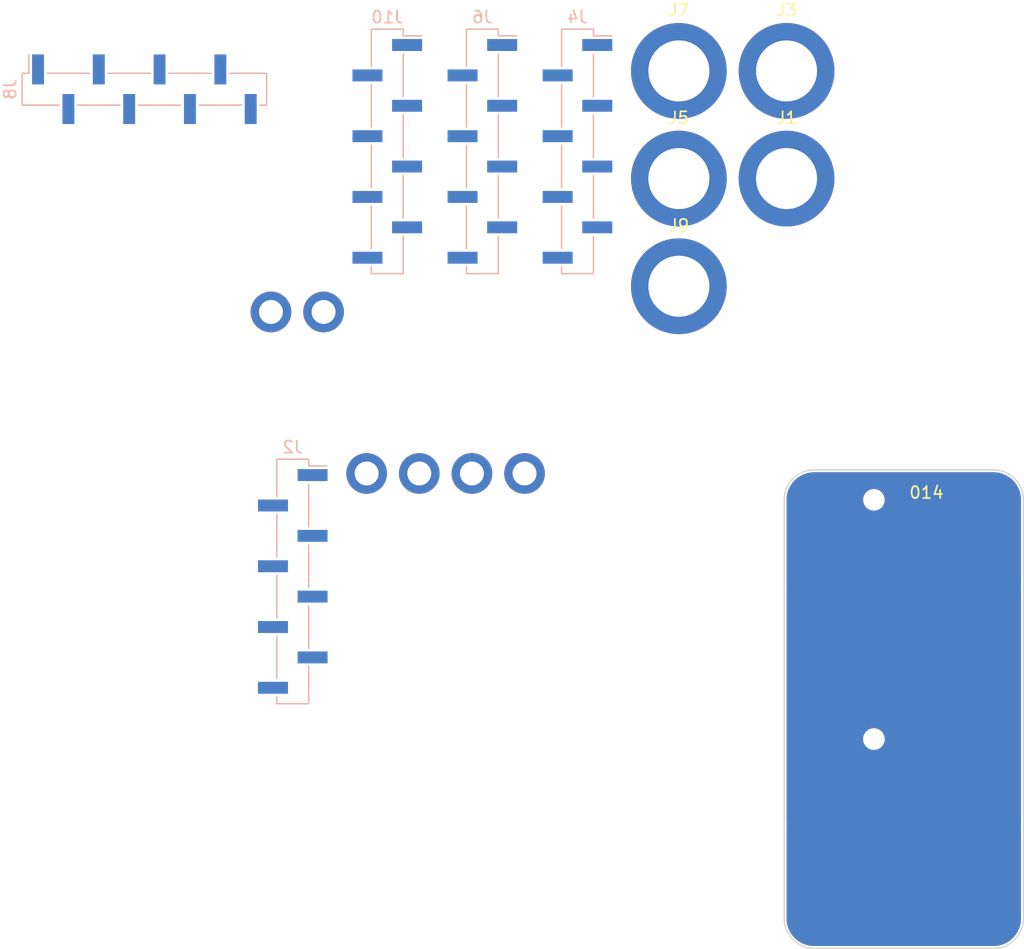
<source format=kicad_pcb>
(kicad_pcb (version 20211014) (generator pcbnew)
  (title_block (title "013-Prototype board") (date "2022-11-09") (rev "1") (company "Halidelabs") (comment 1 "contact@halidelabs.eu"))
  (layers (0 "F.Cu" signal) (31 "B.Cu" signal) (36 "B.SilkS" user "B.Silkscreen") (37 "F.SilkS" user "F.Silkscreen") (38 "B.Mask" user) (39 "F.Mask" user) (44 "Edge.Cuts" user))
  (net 0 "")
  (net 1 "GND")
  (net 2 "Net-(J3-Pad1)")
  (net 3 "Net-(J5-Pad1)")
  (net 4 "Net-(J7-Pad1)")
  (net 5 "Net-(J10-Pad1)")
  (footprint "modular-rf-bench-footprints:GC4012-F" (layer "F.Cu") (at 150.2 50.65)
    (fp_text reference "J1" (at 0 -5.08 unlocked) (layer "F.SilkS"))
    (fp_text value "GND")
    (pad "1" thru_hole circle (at 0 0) (size 8 8) (drill 5.1) (layers *.Cu *.Mask) (net 1 "GND"))
  )
  (footprint "modular-rf-bench-footprints:M2-hole" (layer "F.Cu") (at 115.1 75.3)
    (fp_text reference "H4" hide)
    (fp_text value "M2" hide)
    (pad "1" thru_hole circle (at 0 0) (size 3.4 3.4) (drill 2) (layers *.Cu *.Mask) (net 1 "GND"))
  )
  (footprint "modular-rf-bench-footprints:GC4012-F" (layer "F.Cu") (at 141.2 41.65)
    (fp_text reference "J7" (at 0 -5.08 unlocked) (layer "F.SilkS"))
    (fp_text value "V3")
    (pad "1" thru_hole circle (at 0 0) (size 8 8) (drill 5.1) (layers *.Cu *.Mask) (net 4 "Net-(J7-Pad1)"))
  )
  (footprint "modular-rf-bench-footprints:M2-hole" (layer "F.Cu") (at 119.5 75.3)
    (fp_text reference "H1" hide)
    (fp_text value "M2" hide)
    (pad "1" thru_hole circle (at 0 0) (size 3.4 3.4) (drill 2) (layers *.Cu *.Mask) (net 1 "GND"))
  )
  (footprint "modular-rf-bench-footprints:GC4012-F" (layer "F.Cu") (at 150.2 41.65)
    (fp_text reference "J3" (at 0 -5.08 unlocked) (layer "F.SilkS"))
    (fp_text value "V1")
    (pad "1" thru_hole circle (at 0 0) (size 8 8) (drill 5.1) (layers *.Cu *.Mask) (net 2 "Net-(J3-Pad1)"))
  )
  (footprint "modular-rf-bench-footprints:GC4012-F" (layer "F.Cu") (at 141.2 59.65)
    (fp_text reference "J9" (at 0 -5.08 unlocked) (layer "F.SilkS"))
    (fp_text value "V4")
    (pad "1" thru_hole circle (at 0 0) (size 8 8) (drill 5.1) (layers *.Cu *.Mask) (net 5 "Net-(J10-Pad1)"))
  )
  (footprint "modular-rf-bench-footprints:M2-hole" (layer "F.Cu") (at 128.3 75.3)
    (fp_text reference "H3" hide)
    (fp_text value "M2" hide)
    (pad "1" thru_hole circle (at 0 0) (size 3.4 3.4) (drill 2) (layers *.Cu *.Mask) (net 1 "GND"))
  )
  (footprint "modular-rf-bench-footprints:M2-hole" (layer "F.Cu") (at 111.5 61.8)
    (fp_text reference "H6" hide)
    (fp_text value "M2" hide)
    (pad "1" thru_hole circle (at 0 0) (size 3.4 3.4) (drill 2) (layers *.Cu *.Mask) (net 1 "GND"))
  )
  (footprint "modular-rf-bench-footprints:GC4012-F" (layer "F.Cu") (at 141.2 50.65)
    (fp_text reference "J5" (at 0 -5.08 unlocked) (layer "F.SilkS"))
    (fp_text value "V2")
    (pad "1" thru_hole circle (at 0 0) (size 8 8) (drill 5.1) (layers *.Cu *.Mask) (net 3 "Net-(J5-Pad1)"))
  )
  (footprint "modular-rf-bench-footprints:M2-hole" (layer "F.Cu") (at 123.9 75.3)
    (fp_text reference "H2" hide)
    (fp_text value "M2" hide)
    (pad "1" thru_hole circle (at 0 0) (size 3.4 3.4) (drill 2) (layers *.Cu *.Mask) (net 1 "GND"))
  )
  (footprint "modular-rf-bench-footprints:M2-hole" (layer "F.Cu") (at 107.1 61.8)
    (fp_text reference "H5" hide)
    (fp_text value "M2" hide)
    (pad "1" thru_hole circle (at 0 0) (size 3.4 3.4) (drill 2) (layers *.Cu *.Mask) (net 1 "GND"))
  )
  (footprint "Connector_PinHeader_2.54mm:PinHeader_1x08_P2.54mm_Vertical_SMD_Pin1Left" (layer "B.Cu") (at 132.725 48.375 180)
    (fp_text reference "J4" (at 0 11.22) (layer "B.SilkS") (effects (justify mirror)))
    (fp_text value "V1")
    (fp_line (start 1.33 0.51) (end 1.33 -3.05) (layer "B.SilkS") (width 0.12))
    (fp_line (start 1.33 -4.57) (end 1.33 -8.13) (layer "B.SilkS") (width 0.12))
    (fp_line (start -1.33 8.13) (end -1.33 4.57) (layer "B.SilkS") (width 0.12))
    (fp_line (start -1.33 3.05) (end -1.33 -0.51) (layer "B.SilkS") (width 0.12))
    (fp_line (start -1.33 9.65) (end -2.85 9.65) (layer "B.SilkS") (width 0.12))
    (fp_line (start -1.33 -2.03) (end -1.33 -5.59) (layer "B.SilkS") (width 0.12))
    (fp_line (start 1.33 10.22) (end 1.33 7.11) (layer "B.SilkS") (width 0.12))
    (fp_line (start -1.33 -10.22) (end 1.33 -10.22) (layer "B.SilkS") (width 0.12))
    (fp_line (start 1.33 -9.65) (end 1.33 -10.22) (layer "B.SilkS") (width 0.12))
    (fp_line (start -1.33 10.22) (end -1.33 9.65) (layer "B.SilkS") (width 0.12))
    (fp_line (start 1.33 5.59) (end 1.33 2.03) (layer "B.SilkS") (width 0.12))
    (fp_line (start -1.33 -7.11) (end -1.33 -10.22) (layer "B.SilkS") (width 0.12))
    (fp_line (start -1.33 10.22) (end 1.33 10.22) (layer "B.SilkS") (width 0.12))
    (pad "1" smd rect (at -1.655 8.89 180) (size 2.51 1) (layers "B.Cu" "B.Paste" "B.Mask") (net 2 "Net-(J3-Pad1)"))
    (pad "2" smd rect (at 1.655 6.35 180) (size 2.51 1) (layers "B.Cu" "B.Paste" "B.Mask") (net 2 "Net-(J3-Pad1)"))
    (pad "3" smd rect (at -1.655 3.81 180) (size 2.51 1) (layers "B.Cu" "B.Paste" "B.Mask") (net 2 "Net-(J3-Pad1)"))
    (pad "4" smd rect (at 1.655 1.27 180) (size 2.51 1) (layers "B.Cu" "B.Paste" "B.Mask") (net 2 "Net-(J3-Pad1)"))
    (pad "5" smd rect (at -1.655 -1.27 180) (size 2.51 1) (layers "B.Cu" "B.Paste" "B.Mask") (net 2 "Net-(J3-Pad1)"))
    (pad "6" smd rect (at 1.655 -3.81 180) (size 2.51 1) (layers "B.Cu" "B.Paste" "B.Mask") (net 2 "Net-(J3-Pad1)"))
    (pad "7" smd rect (at -1.655 -6.35 180) (size 2.51 1) (layers "B.Cu" "B.Paste" "B.Mask") (net 2 "Net-(J3-Pad1)"))
    (pad "8" smd rect (at 1.655 -8.89 180) (size 2.51 1) (layers "B.Cu" "B.Paste" "B.Mask") (net 2 "Net-(J3-Pad1)"))
  )
  (footprint "Connector_PinHeader_2.54mm:PinHeader_1x08_P2.54mm_Vertical_SMD_Pin1Left" (layer "B.Cu") (at 116.825 48.375 180)
    (fp_text reference "J10" (at 0 11.22) (layer "B.SilkS") (effects (justify mirror)))
    (fp_text value "V4")
    (fp_line (start -1.33 -2.03) (end -1.33 -5.59) (layer "B.SilkS") (width 0.12))
    (fp_line (start -1.33 3.05) (end -1.33 -0.51) (layer "B.SilkS") (width 0.12))
    (fp_line (start 1.33 -9.65) (end 1.33 -10.22) (layer "B.SilkS") (width 0.12))
    (fp_line (start -1.33 -10.22) (end 1.33 -10.22) (layer "B.SilkS") (width 0.12))
    (fp_line (start 1.33 5.59) (end 1.33 2.03) (layer "B.SilkS") (width 0.12))
    (fp_line (start -1.33 10.22) (end -1.33 9.65) (layer "B.SilkS") (width 0.12))
    (fp_line (start 1.33 10.22) (end 1.33 7.11) (layer "B.SilkS") (width 0.12))
    (fp_line (start 1.33 -4.57) (end 1.33 -8.13) (layer "B.SilkS") (width 0.12))
    (fp_line (start -1.33 8.13) (end -1.33 4.57) (layer "B.SilkS") (width 0.12))
    (fp_line (start 1.33 0.51) (end 1.33 -3.05) (layer "B.SilkS") (width 0.12))
    (fp_line (start -1.33 10.22) (end 1.33 10.22) (layer "B.SilkS") (width 0.12))
    (fp_line (start -1.33 9.65) (end -2.85 9.65) (layer "B.SilkS") (width 0.12))
    (fp_line (start -1.33 -7.11) (end -1.33 -10.22) (layer "B.SilkS") (width 0.12))
    (pad "1" smd rect (at -1.655 8.89 180) (size 2.51 1) (layers "B.Cu" "B.Paste" "B.Mask") (net 5 "Net-(J10-Pad1)"))
    (pad "2" smd rect (at 1.655 6.35 180) (size 2.51 1) (layers "B.Cu" "B.Paste" "B.Mask") (net 5 "Net-(J10-Pad1)"))
    (pad "3" smd rect (at -1.655 3.81 180) (size 2.51 1) (layers "B.Cu" "B.Paste" "B.Mask") (net 5 "Net-(J10-Pad1)"))
    (pad "4" smd rect (at 1.655 1.27 180) (size 2.51 1) (layers "B.Cu" "B.Paste" "B.Mask") (net 5 "Net-(J10-Pad1)"))
    (pad "5" smd rect (at -1.655 -1.27 180) (size 2.51 1) (layers "B.Cu" "B.Paste" "B.Mask") (net 5 "Net-(J10-Pad1)"))
    (pad "6" smd rect (at 1.655 -3.81 180) (size 2.51 1) (layers "B.Cu" "B.Paste" "B.Mask") (net 5 "Net-(J10-Pad1)"))
    (pad "7" smd rect (at -1.655 -6.35 180) (size 2.51 1) (layers "B.Cu" "B.Paste" "B.Mask") (net 5 "Net-(J10-Pad1)"))
    (pad "8" smd rect (at 1.655 -8.89 180) (size 2.51 1) (layers "B.Cu" "B.Paste" "B.Mask") (net 5 "Net-(J10-Pad1)"))
  )
  (footprint "Connector_PinHeader_2.54mm:PinHeader_1x08_P2.54mm_Vertical_SMD_Pin1Left" (layer "B.Cu") (at 96.52 43.18 -90)
    (fp_text reference "J8" (at 0 11.22 90) (layer "B.SilkS") (effects (justify mirror)))
    (fp_text value "V3")
    (fp_line (start -1.33 -7.11) (end -1.33 -10.22) (layer "B.SilkS") (width 0.12))
    (fp_line (start 1.33 0.51) (end 1.33 -3.05) (layer "B.SilkS") (width 0.12))
    (fp_line (start 1.33 -4.57) (end 1.33 -8.13) (layer "B.SilkS") (width 0.12))
    (fp_line (start -1.33 -2.03) (end -1.33 -5.59) (layer "B.SilkS") (width 0.12))
    (fp_line (start -1.33 3.05) (end -1.33 -0.51) (layer "B.SilkS") (width 0.12))
    (fp_line (start -1.33 8.13) (end -1.33 4.57) (layer "B.SilkS") (width 0.12))
    (fp_line (start 1.33 10.22) (end 1.33 7.11) (layer "B.SilkS") (width 0.12))
    (fp_line (start 1.33 5.59) (end 1.33 2.03) (layer "B.SilkS") (width 0.12))
    (fp_line (start -1.33 10.22) (end 1.33 10.22) (layer "B.SilkS") (width 0.12))
    (fp_line (start -1.33 10.22) (end -1.33 9.65) (layer "B.SilkS") (width 0.12))
    (fp_line (start 1.33 -9.65) (end 1.33 -10.22) (layer "B.SilkS") (width 0.12))
    (fp_line (start -1.33 -10.22) (end 1.33 -10.22) (layer "B.SilkS") (width 0.12))
    (fp_line (start -1.33 9.65) (end -2.85 9.65) (layer "B.SilkS") (width 0.12))
    (pad "1" smd rect (at -1.655 8.89 270) (size 2.51 1) (layers "B.Cu" "B.Paste" "B.Mask") (net 4 "Net-(J7-Pad1)"))
    (pad "2" smd rect (at 1.655 6.35 270) (size 2.51 1) (layers "B.Cu" "B.Paste" "B.Mask") (net 4 "Net-(J7-Pad1)"))
    (pad "3" smd rect (at -1.655 3.81 270) (size 2.51 1) (layers "B.Cu" "B.Paste" "B.Mask") (net 4 "Net-(J7-Pad1)"))
    (pad "4" smd rect (at 1.655 1.27 270) (size 2.51 1) (layers "B.Cu" "B.Paste" "B.Mask") (net 4 "Net-(J7-Pad1)"))
    (pad "5" smd rect (at -1.655 -1.27 270) (size 2.51 1) (layers "B.Cu" "B.Paste" "B.Mask") (net 4 "Net-(J7-Pad1)"))
    (pad "6" smd rect (at 1.655 -3.81 270) (size 2.51 1) (layers "B.Cu" "B.Paste" "B.Mask") (net 4 "Net-(J7-Pad1)"))
    (pad "7" smd rect (at -1.655 -6.35 270) (size 2.51 1) (layers "B.Cu" "B.Paste" "B.Mask") (net 4 "Net-(J7-Pad1)"))
    (pad "8" smd rect (at 1.655 -8.89 270) (size 2.51 1) (layers "B.Cu" "B.Paste" "B.Mask") (net 4 "Net-(J7-Pad1)"))
  )
  (footprint "Connector_PinHeader_2.54mm:PinHeader_1x08_P2.54mm_Vertical_SMD_Pin1Left" (layer "B.Cu") (at 108.925 84.325 180)
    (fp_text reference "J2" (at 0 11.22) (layer "B.SilkS") (effects (justify mirror)))
    (fp_text value "GND")
    (fp_line (start 1.33 10.22) (end 1.33 7.11) (layer "B.SilkS") (width 0.12))
    (fp_line (start -1.33 -10.22) (end 1.33 -10.22) (layer "B.SilkS") (width 0.12))
    (fp_line (start -1.33 -7.11) (end -1.33 -10.22) (layer "B.SilkS") (width 0.12))
    (fp_line (start 1.33 -9.65) (end 1.33 -10.22) (layer "B.SilkS") (width 0.12))
    (fp_line (start -1.33 9.65) (end -2.85 9.65) (layer "B.SilkS") (width 0.12))
    (fp_line (start -1.33 3.05) (end -1.33 -0.51) (layer "B.SilkS") (width 0.12))
    (fp_line (start 1.33 5.59) (end 1.33 2.03) (layer "B.SilkS") (width 0.12))
    (fp_line (start -1.33 10.22) (end 1.33 10.22) (layer "B.SilkS") (width 0.12))
    (fp_line (start 1.33 -4.57) (end 1.33 -8.13) (layer "B.SilkS") (width 0.12))
    (fp_line (start 1.33 0.51) (end 1.33 -3.05) (layer "B.SilkS") (width 0.12))
    (fp_line (start -1.33 10.22) (end -1.33 9.65) (layer "B.SilkS") (width 0.12))
    (fp_line (start -1.33 8.13) (end -1.33 4.57) (layer "B.SilkS") (width 0.12))
    (fp_line (start -1.33 -2.03) (end -1.33 -5.59) (layer "B.SilkS") (width 0.12))
    (pad "1" smd rect (at -1.655 8.89 180) (size 2.51 1) (layers "B.Cu" "B.Paste" "B.Mask") (net 1 "GND"))
    (pad "2" smd rect (at 1.655 6.35 180) (size 2.51 1) (layers "B.Cu" "B.Paste" "B.Mask") (net 1 "GND"))
    (pad "3" smd rect (at -1.655 3.81 180) (size 2.51 1) (layers "B.Cu" "B.Paste" "B.Mask") (net 1 "GND"))
    (pad "4" smd rect (at 1.655 1.27 180) (size 2.51 1) (layers "B.Cu" "B.Paste" "B.Mask") (net 1 "GND"))
    (pad "5" smd rect (at -1.655 -1.27 180) (size 2.51 1) (layers "B.Cu" "B.Paste" "B.Mask") (net 1 "GND"))
    (pad "6" smd rect (at 1.655 -3.81 180) (size 2.51 1) (layers "B.Cu" "B.Paste" "B.Mask") (net 1 "GND"))
    (pad "7" smd rect (at -1.655 -6.35 180) (size 2.51 1) (layers "B.Cu" "B.Paste" "B.Mask") (net 1 "GND"))
    (pad "8" smd rect (at 1.655 -8.89 180) (size 2.51 1) (layers "B.Cu" "B.Paste" "B.Mask") (net 1 "GND"))
  )
  (footprint "Connector_PinHeader_2.54mm:PinHeader_1x08_P2.54mm_Vertical_SMD_Pin1Left" (layer "B.Cu") (at 124.775 48.375 180)
    (fp_text reference "J6" (at 0 11.22) (layer "B.SilkS") (effects (justify mirror)))
    (fp_text value "V2")
    (fp_line (start 1.33 -4.57) (end 1.33 -8.13) (layer "B.SilkS") (width 0.12))
    (fp_line (start -1.33 10.22) (end 1.33 10.22) (layer "B.SilkS") (width 0.12))
    (fp_line (start -1.33 -7.11) (end -1.33 -10.22) (layer "B.SilkS") (width 0.12))
    (fp_line (start 1.33 5.59) (end 1.33 2.03) (layer "B.SilkS") (width 0.12))
    (fp_line (start -1.33 -10.22) (end 1.33 -10.22) (layer "B.SilkS") (width 0.12))
    (fp_line (start 1.33 -9.65) (end 1.33 -10.22) (layer "B.SilkS") (width 0.12))
    (fp_line (start -1.33 8.13) (end -1.33 4.57) (layer "B.SilkS") (width 0.12))
    (fp_line (start -1.33 9.65) (end -2.85 9.65) (layer "B.SilkS") (width 0.12))
    (fp_line (start 1.33 10.22) (end 1.33 7.11) (layer "B.SilkS") (width 0.12))
    (fp_line (start -1.33 3.05) (end -1.33 -0.51) (layer "B.SilkS") (width 0.12))
    (fp_line (start 1.33 0.51) (end 1.33 -3.05) (layer "B.SilkS") (width 0.12))
    (fp_line (start -1.33 -2.03) (end -1.33 -5.59) (layer "B.SilkS") (width 0.12))
    (fp_line (start -1.33 10.22) (end -1.33 9.65) (layer "B.SilkS") (width 0.12))
    (pad "1" smd rect (at -1.655 8.89 180) (size 2.51 1) (layers "B.Cu" "B.Paste" "B.Mask") (net 3 "Net-(J5-Pad1)"))
    (pad "2" smd rect (at 1.655 6.35 180) (size 2.51 1) (layers "B.Cu" "B.Paste" "B.Mask") (net 3 "Net-(J5-Pad1)"))
    (pad "3" smd rect (at -1.655 3.81 180) (size 2.51 1) (layers "B.Cu" "B.Paste" "B.Mask") (net 3 "Net-(J5-Pad1)"))
    (pad "4" smd rect (at 1.655 1.27 180) (size 2.51 1) (layers "B.Cu" "B.Paste" "B.Mask") (net 3 "Net-(J5-Pad1)"))
    (pad "5" smd rect (at -1.655 -1.27 180) (size 2.51 1) (layers "B.Cu" "B.Paste" "B.Mask") (net 3 "Net-(J5-Pad1)"))
    (pad "6" smd rect (at 1.655 -3.81 180) (size 2.51 1) (layers "B.Cu" "B.Paste" "B.Mask") (net 3 "Net-(J5-Pad1)"))
    (pad "7" smd rect (at -1.655 -6.35 180) (size 2.51 1) (layers "B.Cu" "B.Paste" "B.Mask") (net 3 "Net-(J5-Pad1)"))
    (pad "8" smd rect (at 1.655 -8.89 180) (size 2.51 1) (layers "B.Cu" "B.Paste" "B.Mask") (net 3 "Net-(J5-Pad1)"))
  )
  (gr_arc (start 150 77.5) (mid 150.732233 75.732233) (end 152.5 75) (layer "Edge.Cuts") (width 0.1))
  (gr_line (start 152.5 75) (end 167.5 75) (layer "Edge.Cuts") (width 0.1))
  (gr_arc (start 167.5 75) (mid 169.267767 75.732233) (end 170 77.5) (layer "Edge.Cuts") (width 0.1))
  (gr_line (start 150 112.5) (end 150 77.5) (layer "Edge.Cuts") (width 0.1))
  (gr_arc (start 152.5 115) (mid 150.732233 114.267767) (end 150 112.5) (layer "Edge.Cuts") (width 0.1))
  (gr_line (start 170 77.5) (end 170 112.5) (layer "Edge.Cuts") (width 0.1))
  (gr_arc (start 170 112.5) (mid 169.267767 114.267767) (end 167.5 115) (layer "Edge.Cuts") (width 0.1))
  (gr_line (start 167.5 115) (end 152.5 115) (layer "Edge.Cuts") (width 0.1))
  (gr_text "014" (at 161.9 76.9) (layer "F.SilkS") (effects (font (size 1 1))))
  (zone (net 0) (net_name "") (layer "F.Cu") (connect_pads (clearance 0)) (min_thickness 0.254)
    (keepout (tracks allowed) (vias allowed) (pads allowed) (copperpour not_allowed) (footprints allowed))
    (fill (thermal_gap 0.508) (thermal_bridge_width 0.508))
    (polygon (pts (xy 159.25 78.65) (xy 155.1 78.65) (xy 155.1 78.25) (xy 159.25 78.25)))
  )
  (zone (net 0) (net_name "") (layer "F.Cu") (connect_pads (clearance 0)) (min_thickness 0.254)
    (keepout (tracks allowed) (vias allowed) (pads allowed) (copperpour not_allowed) (footprints allowed))
    (fill (thermal_gap 0.508) (thermal_bridge_width 0.508))
    (polygon (pts (xy 164.9 78.65) (xy 160.75 78.65) (xy 160.75 78.25) (xy 164.9 78.25)))
  )
  (zone (net 1) (net_name "GND") (layers F&B.Cu) (name "GND") (connect_pads yes (clearance 0.2)) (min_thickness 0.2) (fill yes (thermal_gap 0.2) (thermal_bridge_width 0.2))
    (polygon (pts (xy 170 115) (xy 150 115) (xy 150 75) (xy 170 75)))
  )
)
</source>
